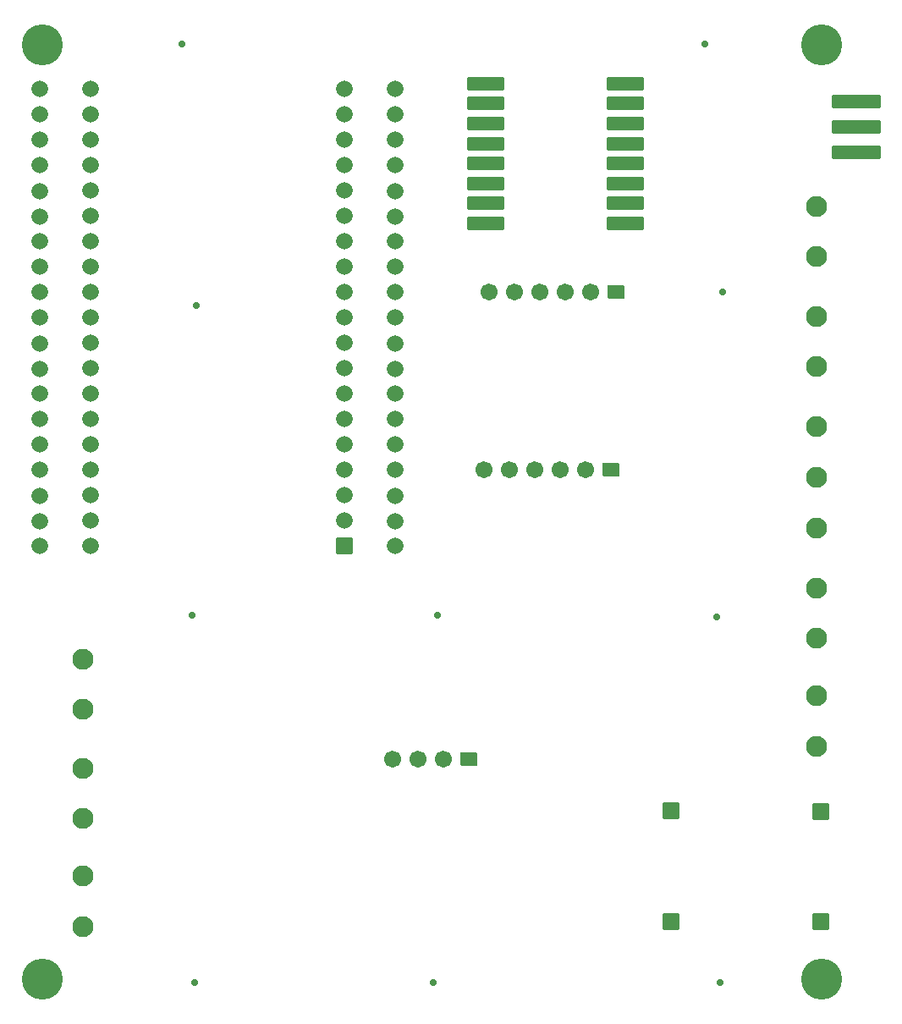
<source format=gts>
G04 Layer: TopSolderMaskLayer*
G04 EasyEDA v6.5.42, 2024-04-02 15:40:40*
G04 3ff643a6e98b40ca98db11d284ab65ea,acb5ada5342d49438264df6f97d5643c,10*
G04 Gerber Generator version 0.2*
G04 Scale: 100 percent, Rotated: No, Reflected: No *
G04 Dimensions in millimeters *
G04 leading zeros omitted , absolute positions ,4 integer and 5 decimal *
%FSLAX45Y45*%
%MOMM*%

%AMMACRO1*1,1,$1,$2,$3*1,1,$1,$4,$5*1,1,$1,0-$2,0-$3*1,1,$1,0-$4,0-$5*20,1,$1,$2,$3,$4,$5,0*20,1,$1,$4,$5,0-$2,0-$3,0*20,1,$1,0-$2,0-$3,0-$4,0-$5,0*20,1,$1,0-$4,0-$5,$2,$3,0*4,1,4,$2,$3,$4,$5,0-$2,0-$3,0-$4,0-$5,$2,$3,0*%
%ADD10MACRO1,0.1016X-2.4X0.6X2.4X0.6*%
%ADD11MACRO1,0.1016X0.7874X0.7874X0.7874X-0.7874*%
%ADD12C,1.6617*%
%ADD13MACRO1,0.1016X0.78X-0.78X-0.78X-0.78*%
%ADD14C,2.1016*%
%ADD15C,1.7016*%
%ADD16MACRO1,0.1016X-0.8073X0.5902X0.7926X0.6097*%
%ADD17MACRO1,0.2032X1.75X0.6X1.75X-0.6*%
%ADD18MACRO1,0.1016X0.8073X-0.5902X-0.7926X-0.6097*%
%ADD19C,4.1016*%
%ADD20C,0.7216*%
%ADD21C,1.6616*%

%LPD*%
D10*
G01*
X-228594Y-1728177D03*
G01*
X-228594Y-1218196D03*
G01*
X-228600Y-1473187D03*
D11*
G01*
X-587146Y-9424436D03*
G01*
X-2085746Y-9424436D03*
G01*
X-585622Y-8324362D03*
G01*
X-2085746Y-8319536D03*
D12*
G01*
X-7886700Y-1092327D03*
G01*
X-7886700Y-1346327D03*
G01*
X-7886700Y-1600327D03*
G01*
X-7886700Y-1854327D03*
G01*
X-7886700Y-2108327D03*
G01*
X-7886700Y-2362327D03*
G01*
X-7886700Y-2616327D03*
G01*
X-7886700Y-2870327D03*
G01*
X-7886700Y-3124327D03*
G01*
X-7886700Y-3378327D03*
G01*
X-7886700Y-3632327D03*
G01*
X-7886700Y-3886327D03*
G01*
X-7886700Y-4140327D03*
G01*
X-7886700Y-4394327D03*
G01*
X-7886700Y-4648327D03*
G01*
X-7886700Y-4902327D03*
G01*
X-7886700Y-5156327D03*
G01*
X-7886700Y-5410327D03*
G01*
X-7886700Y-5664327D03*
G01*
X-5346700Y-1346327D03*
G01*
X-5346700Y-1600327D03*
G01*
X-5346700Y-1854327D03*
G01*
X-5346700Y-2108327D03*
G01*
X-5346700Y-2362327D03*
G01*
X-5346700Y-2616327D03*
G01*
X-5346700Y-2870327D03*
G01*
X-5346700Y-3124327D03*
G01*
X-5346700Y-3378327D03*
G01*
X-5346700Y-3632327D03*
G01*
X-5346700Y-3886327D03*
G01*
X-5346700Y-4140327D03*
G01*
X-5346700Y-4394327D03*
G01*
X-5346700Y-4648327D03*
G01*
X-5346700Y-4902327D03*
G01*
X-5346700Y-5156327D03*
G01*
X-5346700Y-1092327D03*
G01*
X-5346700Y-5410327D03*
D13*
G01*
X-5346700Y-5664321D03*
D14*
G01*
X-625246Y-3873779D03*
G01*
X-625246Y-3372891D03*
G01*
X-625246Y-7668285D03*
G01*
X-625246Y-7167397D03*
G01*
X-625246Y-6588785D03*
G01*
X-625246Y-6087897D03*
G01*
X-628954Y-4473829D03*
G01*
X-628954Y-5489829D03*
G01*
X-628954Y-4981829D03*
G01*
X-625246Y-2773959D03*
G01*
X-625246Y-2273071D03*
G01*
X-7965846Y-7891297D03*
G01*
X-7965846Y-8392185D03*
G01*
X-7965846Y-6799097D03*
G01*
X-7965846Y-7299985D03*
G01*
X-7965846Y-8970797D03*
G01*
X-7965846Y-9471685D03*
D15*
G01*
X-3901846Y-3125241D03*
G01*
X-3647846Y-3125241D03*
G01*
X-3393846Y-3125241D03*
G01*
X-3139846Y-3125241D03*
G01*
X-2885846Y-3125241D03*
D16*
G01*
X-2631846Y-3125236D03*
D15*
G01*
X-3952646Y-4903241D03*
G01*
X-3698646Y-4903241D03*
G01*
X-3444646Y-4903241D03*
G01*
X-3190646Y-4903241D03*
G01*
X-2936646Y-4903241D03*
D16*
G01*
X-2682646Y-4903236D03*
D17*
G01*
X-3938499Y-1039896D03*
G01*
X-3938499Y-1239895D03*
G01*
X-3938499Y-1439895D03*
G01*
X-3938499Y-1639895D03*
G01*
X-3938499Y-1839894D03*
G01*
X-3938499Y-2039894D03*
G01*
X-3938499Y-2239893D03*
G01*
X-3938499Y-2439893D03*
G01*
X-2538501Y-2439893D03*
G01*
X-2538501Y-2239893D03*
G01*
X-2538501Y-2039894D03*
G01*
X-2538501Y-1839894D03*
G01*
X-2538501Y-1639895D03*
G01*
X-2538501Y-1439895D03*
G01*
X-2538501Y-1239895D03*
G01*
X-2538501Y-1039896D03*
D18*
G01*
X-4105033Y-7798838D03*
D15*
G01*
X-4359020Y-7798841D03*
G01*
X-4613020Y-7798841D03*
G01*
X-4867020Y-7798841D03*
D19*
G01*
X-8375548Y-9999979D03*
G01*
X-575563Y-9999979D03*
G01*
X-575563Y-650011D03*
G01*
X-8375548Y-650011D03*
D20*
G01*
X-4457700Y-10033000D03*
G01*
X-1587500Y-10033000D03*
G01*
X-6845300Y-10033000D03*
G01*
X-6870700Y-6362700D03*
G01*
X-1625600Y-6375400D03*
G01*
X-4419600Y-6362700D03*
G01*
X-6832600Y-3263900D03*
G01*
X-1565046Y-3125241D03*
G01*
X-6972300Y-647700D03*
G01*
X-1739900Y-647700D03*
D21*
G01*
X-8394700Y-1092200D03*
G01*
X-8394700Y-1346200D03*
G01*
X-8394700Y-1600200D03*
G01*
X-8394700Y-1854200D03*
G01*
X-8394700Y-2120900D03*
G01*
X-8394700Y-2374900D03*
G01*
X-8394700Y-3898900D03*
G01*
X-8394700Y-3644900D03*
G01*
X-8394700Y-3378200D03*
G01*
X-8394700Y-3124200D03*
G01*
X-8394700Y-2870200D03*
G01*
X-8394700Y-2616200D03*
G01*
X-8394700Y-5422900D03*
G01*
X-8394700Y-5168900D03*
G01*
X-8394700Y-4902200D03*
G01*
X-8394700Y-4648200D03*
G01*
X-8394700Y-4394200D03*
G01*
X-8394700Y-4140200D03*
G01*
X-8394700Y-5664200D03*
G01*
X-4838700Y-4140200D03*
G01*
X-4838700Y-4394200D03*
G01*
X-4838700Y-4648200D03*
G01*
X-4838700Y-4902200D03*
G01*
X-4838700Y-5168900D03*
G01*
X-4838700Y-5422900D03*
G01*
X-4838700Y-2616200D03*
G01*
X-4838700Y-2870200D03*
G01*
X-4838700Y-3124200D03*
G01*
X-4838700Y-3378200D03*
G01*
X-4838700Y-3644900D03*
G01*
X-4838700Y-3898900D03*
G01*
X-4838700Y-2374900D03*
G01*
X-4838700Y-2120900D03*
G01*
X-4838700Y-1854200D03*
G01*
X-4838700Y-1600200D03*
G01*
X-4838700Y-1346200D03*
G01*
X-4838700Y-1092200D03*
G01*
X-4838700Y-5664200D03*
M02*

</source>
